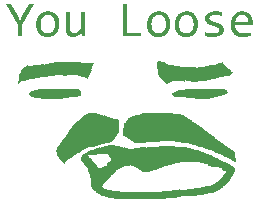
<source format=gto>
G04*
G04 #@! TF.GenerationSoftware,Altium Limited,Altium Designer,22.8.2 (66)*
G04*
G04 Layer_Color=65535*
%FSLAX44Y44*%
%MOMM*%
G71*
G04*
G04 #@! TF.SameCoordinates,FCAC6DC3-BFDC-4997-BBA7-94834F3B9FAF*
G04*
G04*
G04 #@! TF.FilePolarity,Positive*
G04*
G01*
G75*
G36*
X850160Y724369D02*
X850440D01*
Y724089D01*
X850721D01*
Y723809D01*
X857722D01*
Y724089D01*
X858003D01*
Y723809D01*
X858283D01*
Y723529D01*
X858563D01*
Y723249D01*
X869206D01*
Y722689D01*
X868926D01*
Y722409D01*
X868365D01*
Y721288D01*
X868646D01*
Y721008D01*
X868365D01*
Y720728D01*
X868085D01*
Y720448D01*
X867805D01*
Y718768D01*
X867525D01*
Y718488D01*
X867245D01*
Y718207D01*
X866965D01*
Y717647D01*
X867245D01*
Y716807D01*
X866965D01*
Y716527D01*
X866685D01*
Y716247D01*
X866405D01*
Y715127D01*
X865845D01*
Y713446D01*
X865565D01*
Y713166D01*
X865285D01*
Y712886D01*
X865005D01*
Y711766D01*
X864444D01*
Y710645D01*
X864164D01*
Y710365D01*
X863884D01*
Y710085D01*
X863604D01*
Y709805D01*
X863044D01*
Y710365D01*
X861924D01*
Y710645D01*
X861644D01*
Y711206D01*
X860523D01*
Y711486D01*
X860243D01*
Y711766D01*
X858003D01*
Y712046D01*
X857722D01*
Y712326D01*
X857442D01*
Y712606D01*
X855762D01*
Y712326D01*
X855482D01*
Y712606D01*
X855202D01*
Y712886D01*
X854922D01*
Y713166D01*
X846519D01*
Y712886D01*
X846239D01*
Y712606D01*
X845959D01*
Y712326D01*
X845399D01*
Y712606D01*
X843718D01*
Y712326D01*
X843438D01*
Y712606D01*
X842878D01*
Y713166D01*
X836436D01*
Y712886D01*
X836156D01*
Y712606D01*
X835876D01*
Y712326D01*
X835316D01*
Y712606D01*
X831115D01*
Y712326D01*
X830835D01*
Y712046D01*
X830555D01*
Y711766D01*
X826074D01*
Y711206D01*
X822993D01*
Y710925D01*
X822713D01*
Y710645D01*
X822432D01*
Y710365D01*
X818791D01*
Y710085D01*
X818511D01*
Y709805D01*
X814030D01*
Y709245D01*
X813470D01*
Y708965D01*
X813190D01*
Y709245D01*
X811509D01*
Y708965D01*
X811229D01*
Y708405D01*
X808148D01*
Y708125D01*
X807868D01*
Y707844D01*
X807588D01*
Y707564D01*
X807308D01*
Y707284D01*
X807028D01*
Y707004D01*
X806748D01*
Y706724D01*
X806468D01*
Y706444D01*
X806188D01*
Y706164D01*
X805908D01*
Y705884D01*
X805628D01*
Y705604D01*
X805348D01*
Y705324D01*
X805068D01*
Y705044D01*
X804787D01*
Y705324D01*
X804507D01*
Y706164D01*
X804787D01*
Y706444D01*
X804507D01*
Y707564D01*
X804787D01*
Y707844D01*
X805348D01*
Y710365D01*
X805628D01*
Y710645D01*
X805908D01*
Y713726D01*
X806468D01*
Y714006D01*
X806748D01*
Y715127D01*
X807028D01*
Y715407D01*
X807308D01*
Y717087D01*
X807588D01*
Y717367D01*
X807868D01*
Y717647D01*
X808148D01*
Y717927D01*
X808428D01*
Y718207D01*
X808708D01*
Y718488D01*
X808989D01*
Y718768D01*
X809269D01*
Y719048D01*
X809549D01*
Y719328D01*
X809829D01*
Y719608D01*
X810109D01*
Y719888D01*
X811229D01*
Y720168D01*
X811509D01*
Y720448D01*
X811789D01*
Y720728D01*
X812069D01*
Y721008D01*
X812350D01*
Y721288D01*
X813190D01*
Y721008D01*
X813470D01*
Y720728D01*
X813750D01*
Y720448D01*
X817111D01*
Y720728D01*
X817391D01*
Y721008D01*
X817671D01*
Y721288D01*
X821312D01*
Y721568D01*
X821592D01*
Y721849D01*
X824673D01*
Y722409D01*
X824953D01*
Y722689D01*
X826634D01*
Y722129D01*
X826914D01*
Y721849D01*
X827474D01*
Y722409D01*
X827754D01*
Y722689D01*
X829995D01*
Y722409D01*
X830275D01*
Y722689D01*
X830835D01*
Y723249D01*
X835316D01*
Y723529D01*
X835596D01*
Y723809D01*
X835876D01*
Y724089D01*
X836436D01*
Y723809D01*
X840078D01*
Y724089D01*
X840358D01*
Y724649D01*
X850160D01*
Y724369D01*
D02*
G37*
G36*
X925502Y724929D02*
X925782D01*
Y724649D01*
X927462D01*
Y724369D01*
X927742D01*
Y724089D01*
X928022D01*
Y723809D01*
X928863D01*
Y723529D01*
X929143D01*
Y723249D01*
X929423D01*
Y722969D01*
X929703D01*
Y722689D01*
X929983D01*
Y722409D01*
X930543D01*
Y722689D01*
X931383D01*
Y722409D01*
X931664D01*
Y722129D01*
X931944D01*
Y721849D01*
X934184D01*
Y721568D01*
X934464D01*
Y721288D01*
X936985D01*
Y720728D01*
X937265D01*
Y720448D01*
X940906D01*
Y720728D01*
X941186D01*
Y720448D01*
X941746D01*
Y719888D01*
X955190D01*
Y719328D01*
X957151D01*
Y719608D01*
X957431D01*
Y719888D01*
X962472D01*
Y720168D01*
X962752D01*
Y720448D01*
X963032D01*
Y720728D01*
X963312D01*
Y720448D01*
X966393D01*
Y720728D01*
X966673D01*
Y721288D01*
X970034D01*
Y721849D01*
X972555D01*
Y722409D01*
X972835D01*
Y722689D01*
X973955D01*
Y722969D01*
X974236D01*
Y723249D01*
X977316D01*
Y723809D01*
X978157D01*
Y723249D01*
X978437D01*
Y722969D01*
X978717D01*
Y722689D01*
X978997D01*
Y722409D01*
X979277D01*
Y722129D01*
X979557D01*
Y721849D01*
X979837D01*
Y721568D01*
X980117D01*
Y721288D01*
X980397D01*
Y721008D01*
X980677D01*
Y720728D01*
X980957D01*
Y720448D01*
X981237D01*
Y720168D01*
X981518D01*
Y719888D01*
X981798D01*
Y719608D01*
X982078D01*
Y719328D01*
X982358D01*
Y719048D01*
X982638D01*
Y718768D01*
X982918D01*
Y718488D01*
X984038D01*
Y718207D01*
X984318D01*
Y717927D01*
X984598D01*
Y717647D01*
X984878D01*
Y716527D01*
X985439D01*
Y715967D01*
X986559D01*
Y715687D01*
X986839D01*
Y714566D01*
X986279D01*
Y714286D01*
X985999D01*
Y714006D01*
X985719D01*
Y713726D01*
X985439D01*
Y713446D01*
X985159D01*
Y713166D01*
X984878D01*
Y712886D01*
X984598D01*
Y712606D01*
X984318D01*
Y712326D01*
X984038D01*
Y712606D01*
X979557D01*
Y712326D01*
X979277D01*
Y711766D01*
X976756D01*
Y711206D01*
X974796D01*
Y710645D01*
X974516D01*
Y710365D01*
X973395D01*
Y710645D01*
X973115D01*
Y710365D01*
X972835D01*
Y710085D01*
X972555D01*
Y709805D01*
X968074D01*
Y709525D01*
X967794D01*
Y709245D01*
X967514D01*
Y708965D01*
X967234D01*
Y709245D01*
X965553D01*
Y708965D01*
X965273D01*
Y708685D01*
X964993D01*
Y708405D01*
X961912D01*
Y707844D01*
X957431D01*
Y707564D01*
X957151D01*
Y707284D01*
X956871D01*
Y707004D01*
X952109D01*
Y707284D01*
X951829D01*
Y707564D01*
X951549D01*
Y707844D01*
X949308D01*
Y708125D01*
X949028D01*
Y708405D01*
X947348D01*
Y708685D01*
X947068D01*
Y708965D01*
X946788D01*
Y709245D01*
X945947D01*
Y708965D01*
X945667D01*
Y708685D01*
X945947D01*
Y708405D01*
X946228D01*
Y708125D01*
X946508D01*
Y707844D01*
X945947D01*
Y707564D01*
X945667D01*
Y707844D01*
X945107D01*
Y708405D01*
X938385D01*
Y707844D01*
X935304D01*
Y707564D01*
X935024D01*
Y707284D01*
X934744D01*
Y707004D01*
X933904D01*
Y707284D01*
X933344D01*
Y707004D01*
X933064D01*
Y706724D01*
X932784D01*
Y706444D01*
X931664D01*
Y705884D01*
X930263D01*
Y705604D01*
X929983D01*
Y705884D01*
X929703D01*
Y706164D01*
X929423D01*
Y706444D01*
X929143D01*
Y706724D01*
X928863D01*
Y707004D01*
X928583D01*
Y707284D01*
X928303D01*
Y707564D01*
X928022D01*
Y707844D01*
X927742D01*
Y708125D01*
X927462D01*
Y708405D01*
X927182D01*
Y708685D01*
X926902D01*
Y708965D01*
X926622D01*
Y709245D01*
X926342D01*
Y709525D01*
X926062D01*
Y709805D01*
X925782D01*
Y710085D01*
X925502D01*
Y710365D01*
X925222D01*
Y710645D01*
X924941D01*
Y711766D01*
X924381D01*
Y712886D01*
X924101D01*
Y713166D01*
X923821D01*
Y713446D01*
X923541D01*
Y715687D01*
X923261D01*
Y715967D01*
X922981D01*
Y718488D01*
X922421D01*
Y718768D01*
X922141D01*
Y724369D01*
X922421D01*
Y724649D01*
X923541D01*
Y725210D01*
X925502D01*
Y724929D01*
D02*
G37*
G36*
X979837Y701403D02*
X980117D01*
Y701123D01*
X980397D01*
Y700843D01*
X980677D01*
Y700563D01*
X980957D01*
Y700282D01*
X982078D01*
Y699162D01*
X982638D01*
Y698322D01*
X982078D01*
Y697202D01*
X981798D01*
Y696921D01*
X980957D01*
Y697202D01*
X980397D01*
Y696921D01*
X980117D01*
Y696641D01*
X979837D01*
Y696361D01*
X977597D01*
Y696081D01*
X977316D01*
Y695801D01*
X977036D01*
Y695521D01*
X976476D01*
Y695801D01*
X975076D01*
Y695521D01*
X974796D01*
Y695241D01*
X974516D01*
Y694961D01*
X971995D01*
Y694401D01*
X970875D01*
Y694121D01*
X970594D01*
Y693841D01*
X970314D01*
Y693560D01*
X968074D01*
Y693841D01*
X967794D01*
Y693560D01*
X967234D01*
Y693000D01*
X954630D01*
Y693280D01*
X954350D01*
Y693560D01*
X954070D01*
Y693841D01*
X953790D01*
Y693560D01*
X947348D01*
Y693841D01*
X947068D01*
Y694401D01*
X942587D01*
Y694681D01*
X942307D01*
Y694961D01*
X937265D01*
Y695241D01*
X936985D01*
Y695521D01*
X936705D01*
Y695801D01*
X935865D01*
Y696081D01*
X935585D01*
Y696361D01*
X935304D01*
Y696641D01*
X935024D01*
Y697482D01*
X935304D01*
Y697762D01*
X935585D01*
Y698042D01*
X935865D01*
Y698322D01*
X936985D01*
Y698882D01*
X937265D01*
Y699162D01*
X938105D01*
Y698882D01*
X938665D01*
Y699162D01*
X938945D01*
Y699442D01*
X939226D01*
Y699722D01*
X940346D01*
Y700282D01*
X940906D01*
Y700563D01*
X941186D01*
Y700282D01*
X946228D01*
Y700563D01*
X946508D01*
Y701123D01*
X961072D01*
Y701403D01*
X961352D01*
Y701683D01*
X964433D01*
Y701403D01*
X964713D01*
Y701123D01*
X965833D01*
Y701403D01*
X966113D01*
Y701683D01*
X979837D01*
Y701403D01*
D02*
G37*
G36*
X852961Y701123D02*
X856322D01*
Y700563D01*
X856602D01*
Y700282D01*
X856882D01*
Y700002D01*
X857162D01*
Y699722D01*
X857722D01*
Y697762D01*
X858283D01*
Y696921D01*
X857722D01*
Y695801D01*
X857162D01*
Y695521D01*
X856882D01*
Y695801D01*
X856042D01*
Y695521D01*
X855762D01*
Y695241D01*
X855482D01*
Y694961D01*
X852961D01*
Y694401D01*
X847920D01*
Y694121D01*
X847640D01*
Y693841D01*
X847359D01*
Y693560D01*
X843718D01*
Y693841D01*
X843438D01*
Y693560D01*
X842878D01*
Y693000D01*
X824953D01*
Y693280D01*
X824673D01*
Y693560D01*
X824393D01*
Y693841D01*
X824113D01*
Y693560D01*
X818231D01*
Y693841D01*
X817951D01*
Y694401D01*
X815991D01*
Y695521D01*
X815711D01*
Y695801D01*
X814870D01*
Y696081D01*
X814590D01*
Y696361D01*
X814030D01*
Y698322D01*
X814590D01*
Y698882D01*
X814870D01*
Y699162D01*
X815991D01*
Y699442D01*
X816271D01*
Y699722D01*
X817951D01*
Y700002D01*
X818231D01*
Y700282D01*
X818511D01*
Y700563D01*
X818791D01*
Y700282D01*
X821312D01*
Y701403D01*
X821592D01*
Y701683D01*
X852961D01*
Y701123D01*
D02*
G37*
G36*
X936145Y680677D02*
X936425D01*
Y680397D01*
X936705D01*
Y680117D01*
X941746D01*
Y680397D01*
X942026D01*
Y680117D01*
X942307D01*
Y679837D01*
X942587D01*
Y679557D01*
X944267D01*
Y679277D01*
X944547D01*
Y678996D01*
X945387D01*
Y678716D01*
X945667D01*
Y678436D01*
X945947D01*
Y678156D01*
X946228D01*
Y677876D01*
X946508D01*
Y677596D01*
X947628D01*
Y677316D01*
X947908D01*
Y677036D01*
X948188D01*
Y676756D01*
X948468D01*
Y676196D01*
X949589D01*
Y675916D01*
X949869D01*
Y675635D01*
X950149D01*
Y675355D01*
X950429D01*
Y675075D01*
X950709D01*
Y674795D01*
X951829D01*
Y674235D01*
X952389D01*
Y673675D01*
X952669D01*
Y673395D01*
X953790D01*
Y673115D01*
X954070D01*
Y672835D01*
X954350D01*
Y672554D01*
X954630D01*
Y672274D01*
X955470D01*
Y671994D01*
X955750D01*
Y671714D01*
X956030D01*
Y671434D01*
X956311D01*
Y671154D01*
X956590D01*
Y670874D01*
X957711D01*
Y670594D01*
X957991D01*
Y670314D01*
X958271D01*
Y670034D01*
X958551D01*
Y669754D01*
X958831D01*
Y669474D01*
X959111D01*
Y669194D01*
X959391D01*
Y668913D01*
X960232D01*
Y668633D01*
X960512D01*
Y668353D01*
X960792D01*
Y668073D01*
X961072D01*
Y667793D01*
X961352D01*
Y667513D01*
X962472D01*
Y666953D01*
X962752D01*
Y666673D01*
X963312D01*
Y666113D01*
X963873D01*
Y665553D01*
X964993D01*
Y665273D01*
X965273D01*
Y664992D01*
X965553D01*
Y664712D01*
X965833D01*
Y664432D01*
X966113D01*
Y664152D01*
X966393D01*
Y663872D01*
X966673D01*
Y663592D01*
X966954D01*
Y663312D01*
X967794D01*
Y663032D01*
X968074D01*
Y662752D01*
X968354D01*
Y662472D01*
X968634D01*
Y662192D01*
X968914D01*
Y661911D01*
X969194D01*
Y661631D01*
X969474D01*
Y661351D01*
X970594D01*
Y661071D01*
X970875D01*
Y660791D01*
X971155D01*
Y660511D01*
X971435D01*
Y660231D01*
X971715D01*
Y659951D01*
X971995D01*
Y659391D01*
X973115D01*
Y659111D01*
X973395D01*
Y658831D01*
X973675D01*
Y658551D01*
X973955D01*
Y658270D01*
X974236D01*
Y657990D01*
X974516D01*
Y657710D01*
X974796D01*
Y657430D01*
X975916D01*
Y656870D01*
X976196D01*
Y656590D01*
X976756D01*
Y656030D01*
X977316D01*
Y655470D01*
X978437D01*
Y655190D01*
X978717D01*
Y654910D01*
X978997D01*
Y654630D01*
X979277D01*
Y654349D01*
X979557D01*
Y654069D01*
X979837D01*
Y653789D01*
X980117D01*
Y653509D01*
X980397D01*
Y653229D01*
X981237D01*
Y652949D01*
X981518D01*
Y652669D01*
X981798D01*
Y652389D01*
X982078D01*
Y652109D01*
X982358D01*
Y651829D01*
X982638D01*
Y651548D01*
X982918D01*
Y651268D01*
X984038D01*
Y650988D01*
X984318D01*
Y650708D01*
X984598D01*
Y650428D01*
X984878D01*
Y650148D01*
X985159D01*
Y649868D01*
X985439D01*
Y649308D01*
X986559D01*
Y649028D01*
X986839D01*
Y648748D01*
X987119D01*
Y648468D01*
X987399D01*
Y648188D01*
X987679D01*
Y647907D01*
X987959D01*
Y647627D01*
X988240D01*
Y646787D01*
X988520D01*
Y646507D01*
X988800D01*
Y642586D01*
X989360D01*
Y642026D01*
X989640D01*
Y641746D01*
X989360D01*
Y639225D01*
X988240D01*
Y639505D01*
X987959D01*
Y639785D01*
X987679D01*
Y640065D01*
X987399D01*
Y640626D01*
X986279D01*
Y640906D01*
X985999D01*
Y641186D01*
X984878D01*
Y641746D01*
X984598D01*
Y642026D01*
X983478D01*
Y642306D01*
X983198D01*
Y642586D01*
X982078D01*
Y643146D01*
X981798D01*
Y643426D01*
X981518D01*
Y643706D01*
X981237D01*
Y643986D01*
X979557D01*
Y644267D01*
X979277D01*
Y644547D01*
X978157D01*
Y645107D01*
X977877D01*
Y645387D01*
X976756D01*
Y645667D01*
X976476D01*
Y645947D01*
X975356D01*
Y646507D01*
X974236D01*
Y646787D01*
X973955D01*
Y647347D01*
X971995D01*
Y647907D01*
X970875D01*
Y648188D01*
X970594D01*
Y648468D01*
X970314D01*
Y648748D01*
X969474D01*
Y648468D01*
X969194D01*
Y648748D01*
X968634D01*
Y649308D01*
X967514D01*
Y649588D01*
X967234D01*
Y649868D01*
X966954D01*
Y650148D01*
X966393D01*
Y649868D01*
X965553D01*
Y650148D01*
X965273D01*
Y650428D01*
X964993D01*
Y650708D01*
X963312D01*
Y651268D01*
X961352D01*
Y651829D01*
X961072D01*
Y652109D01*
X959951D01*
Y651829D01*
X959671D01*
Y652109D01*
X959391D01*
Y652389D01*
X959111D01*
Y652669D01*
X957431D01*
Y652949D01*
X957151D01*
Y653229D01*
X956871D01*
Y653509D01*
X956311D01*
Y653229D01*
X955470D01*
Y653509D01*
X955190D01*
Y653789D01*
X954910D01*
Y654069D01*
X952669D01*
Y654349D01*
X952389D01*
Y654630D01*
X949869D01*
Y655190D01*
X949589D01*
Y655470D01*
X947908D01*
Y655190D01*
X947628D01*
Y655470D01*
X947068D01*
Y656030D01*
X943147D01*
Y656590D01*
X942587D01*
Y656870D01*
X942307D01*
Y656590D01*
X938105D01*
Y656870D01*
X937825D01*
Y657150D01*
X937545D01*
Y657430D01*
X925222D01*
Y657150D01*
X924941D01*
Y656870D01*
X924661D01*
Y656590D01*
X914298D01*
Y656870D01*
X914018D01*
Y656590D01*
X913458D01*
Y656030D01*
X902815D01*
Y656590D01*
X902255D01*
Y656870D01*
X901975D01*
Y657430D01*
X900855D01*
Y657710D01*
X900575D01*
Y657990D01*
X900294D01*
Y658270D01*
X900014D01*
Y658551D01*
X899734D01*
Y658831D01*
X898894D01*
Y659111D01*
X898614D01*
Y659391D01*
X898334D01*
Y659671D01*
X898054D01*
Y659951D01*
X896934D01*
Y660231D01*
X896654D01*
Y660791D01*
X895533D01*
Y661071D01*
X895253D01*
Y661351D01*
X894133D01*
Y661911D01*
X893853D01*
Y662192D01*
X893292D01*
Y668073D01*
X893853D01*
Y668353D01*
X894133D01*
Y671434D01*
X893853D01*
Y671714D01*
X894133D01*
Y671994D01*
X894413D01*
Y672274D01*
X894693D01*
Y672835D01*
X896093D01*
Y673675D01*
Y673955D01*
Y674235D01*
X896654D01*
Y674515D01*
X896934D01*
Y674795D01*
X897214D01*
Y675075D01*
X897494D01*
Y676196D01*
X898054D01*
Y676756D01*
X898614D01*
Y677036D01*
X898894D01*
Y676756D01*
X899734D01*
Y677036D01*
X900014D01*
Y677316D01*
X900294D01*
Y677596D01*
X901415D01*
Y678156D01*
X903375D01*
Y678716D01*
X903655D01*
Y678996D01*
X905336D01*
Y678716D01*
X905616D01*
Y678996D01*
X906176D01*
Y679557D01*
X908137D01*
Y680117D01*
X909257D01*
Y680397D01*
X909537D01*
Y680957D01*
X936145D01*
Y680677D01*
D02*
G37*
G36*
X871727Y680397D02*
X872007D01*
Y680117D01*
X873687D01*
Y680397D01*
X873967D01*
Y680117D01*
X874527D01*
Y679557D01*
X876488D01*
Y678996D01*
X877048D01*
Y678716D01*
X877328D01*
Y678996D01*
X878168D01*
Y678716D01*
X878448D01*
Y678436D01*
X878728D01*
Y678156D01*
X880409D01*
Y677876D01*
X880689D01*
Y677596D01*
X882369D01*
Y677316D01*
X882650D01*
Y677036D01*
X882930D01*
Y676756D01*
X884610D01*
Y677036D01*
X884890D01*
Y676756D01*
X885170D01*
Y676476D01*
X885450D01*
Y676196D01*
X887971D01*
Y675635D01*
X888531D01*
Y675355D01*
X888811D01*
Y675635D01*
X889651D01*
Y675355D01*
X889932D01*
Y668633D01*
Y668353D01*
Y664152D01*
X889651D01*
Y663872D01*
X889371D01*
Y663592D01*
X889091D01*
Y663312D01*
X888811D01*
Y663032D01*
X888531D01*
Y662192D01*
X888251D01*
Y661911D01*
X887971D01*
Y661631D01*
X887691D01*
Y661351D01*
X887411D01*
Y661071D01*
X887131D01*
Y660791D01*
X886851D01*
Y660511D01*
X886571D01*
Y659391D01*
X886011D01*
Y658270D01*
X885730D01*
Y657990D01*
X885450D01*
Y657710D01*
X885170D01*
Y657430D01*
X884050D01*
Y656870D01*
X883770D01*
Y656590D01*
X882650D01*
Y656310D01*
X882369D01*
Y656030D01*
X880689D01*
Y655750D01*
X880409D01*
Y655470D01*
X880129D01*
Y655190D01*
X879849D01*
Y655470D01*
X878168D01*
Y655190D01*
X877888D01*
Y654910D01*
X877608D01*
Y654630D01*
X875368D01*
Y654349D01*
X875087D01*
Y654069D01*
X872567D01*
Y653509D01*
X872287D01*
Y653229D01*
X870606D01*
Y653509D01*
X870326D01*
Y653229D01*
X869766D01*
Y652669D01*
X867245D01*
Y652389D01*
X866965D01*
Y652109D01*
X866685D01*
Y651829D01*
X866405D01*
Y652109D01*
X864164D01*
Y651829D01*
X863884D01*
Y651548D01*
X863604D01*
Y651268D01*
X862484D01*
Y650708D01*
X861364D01*
Y650428D01*
X861084D01*
Y650148D01*
X860803D01*
Y649868D01*
X860523D01*
Y649588D01*
X860243D01*
Y649308D01*
X859123D01*
Y648748D01*
X858003D01*
Y648468D01*
X857722D01*
Y648188D01*
X857442D01*
Y647907D01*
X857162D01*
Y647627D01*
X856882D01*
Y647347D01*
X855202D01*
Y647067D01*
X854922D01*
Y646787D01*
X854642D01*
Y646507D01*
X854361D01*
Y646227D01*
X854081D01*
Y645947D01*
X853801D01*
Y645667D01*
X853521D01*
Y645387D01*
X852681D01*
Y645107D01*
X852401D01*
Y644827D01*
X852121D01*
Y644547D01*
X851001D01*
Y643986D01*
X850440D01*
Y643426D01*
X850160D01*
Y643146D01*
X849040D01*
Y642866D01*
X848760D01*
Y642586D01*
X848480D01*
Y642306D01*
X848200D01*
Y642026D01*
X847359D01*
Y641746D01*
X847079D01*
Y641466D01*
X846799D01*
Y641186D01*
X846519D01*
Y640906D01*
X846239D01*
Y640626D01*
X845959D01*
Y640345D01*
X845679D01*
Y640065D01*
X845399D01*
Y639785D01*
X845119D01*
Y639505D01*
X844839D01*
Y638665D01*
X844559D01*
Y638385D01*
X844279D01*
Y637825D01*
X843718D01*
Y638105D01*
X843438D01*
Y638665D01*
X842878D01*
Y639225D01*
X842318D01*
Y639785D01*
X841758D01*
Y640065D01*
X841478D01*
Y640626D01*
X840918D01*
Y641186D01*
X840358D01*
Y641746D01*
X840078D01*
Y642026D01*
X839517D01*
Y643146D01*
X839237D01*
Y643426D01*
X838957D01*
Y643706D01*
X838677D01*
Y643986D01*
X838397D01*
Y644267D01*
X838117D01*
Y645107D01*
X838397D01*
Y645387D01*
X838117D01*
Y645947D01*
X837557D01*
Y647907D01*
X836997D01*
Y648468D01*
X836717D01*
Y648748D01*
X836997D01*
Y649308D01*
X836717D01*
Y649588D01*
X836997D01*
Y649868D01*
X837277D01*
Y650148D01*
X837557D01*
Y651268D01*
X838117D01*
Y652389D01*
X838397D01*
Y652669D01*
X838677D01*
Y652949D01*
X838957D01*
Y653229D01*
X839237D01*
Y653509D01*
X839517D01*
Y653789D01*
X839797D01*
Y654069D01*
X840078D01*
Y654349D01*
X840358D01*
Y655190D01*
X840638D01*
Y655470D01*
X840918D01*
Y655750D01*
X841198D01*
Y656030D01*
X841478D01*
Y656310D01*
X841758D01*
Y656590D01*
X842038D01*
Y656870D01*
X842318D01*
Y657990D01*
X842598D01*
Y658270D01*
X842878D01*
Y658551D01*
X843158D01*
Y658831D01*
X843438D01*
Y659111D01*
X843718D01*
Y659951D01*
X843999D01*
Y660231D01*
X844279D01*
Y660511D01*
X844559D01*
Y660791D01*
X844839D01*
Y661071D01*
X845119D01*
Y661351D01*
X845399D01*
Y661631D01*
X845679D01*
Y662752D01*
X846239D01*
Y663312D01*
X846799D01*
Y663592D01*
X847079D01*
Y664712D01*
X847359D01*
Y664992D01*
X847640D01*
Y665273D01*
X847920D01*
Y665553D01*
X848200D01*
Y666393D01*
X848480D01*
Y666673D01*
X848760D01*
Y666953D01*
X849040D01*
Y667233D01*
X849320D01*
Y667513D01*
X849600D01*
Y667793D01*
X849880D01*
Y668073D01*
X850160D01*
Y668353D01*
X850440D01*
Y669474D01*
X850721D01*
Y669754D01*
X851001D01*
Y670034D01*
X851281D01*
Y670314D01*
X851561D01*
Y671154D01*
X851841D01*
Y671434D01*
X852121D01*
Y671714D01*
X852401D01*
Y671994D01*
X852681D01*
Y672274D01*
X852961D01*
Y672554D01*
X853241D01*
Y672835D01*
X853521D01*
Y673115D01*
X853801D01*
Y673395D01*
X854642D01*
Y673675D01*
X854922D01*
Y673955D01*
X855202D01*
Y674235D01*
X856322D01*
Y674515D01*
X856602D01*
Y674795D01*
X856882D01*
Y675075D01*
X857162D01*
Y675355D01*
X857442D01*
Y675635D01*
X858283D01*
Y676476D01*
X858563D01*
Y676756D01*
X858843D01*
Y677036D01*
X859123D01*
Y677316D01*
X859403D01*
Y677596D01*
X859683D01*
Y677876D01*
X859963D01*
Y678156D01*
X860243D01*
Y678436D01*
X860523D01*
Y678716D01*
X860803D01*
Y678996D01*
X861084D01*
Y679557D01*
X862204D01*
Y679837D01*
X862484D01*
Y680117D01*
X863604D01*
Y680397D01*
X863884D01*
Y680957D01*
X871727D01*
Y680397D01*
D02*
G37*
G36*
X886571Y653509D02*
X886851D01*
Y653229D01*
X889932D01*
Y653509D01*
X890212D01*
Y653229D01*
X890492D01*
Y652949D01*
X890772D01*
Y652669D01*
X893292D01*
Y652109D01*
X893853D01*
Y651829D01*
X894133D01*
Y652109D01*
X894973D01*
Y651829D01*
X895253D01*
Y651548D01*
X895533D01*
Y651268D01*
X898054D01*
Y650708D01*
X899174D01*
Y650428D01*
X899454D01*
Y650148D01*
X900014D01*
Y650428D01*
X900294D01*
Y650708D01*
X903375D01*
Y651268D01*
X907857D01*
Y651548D01*
X908137D01*
Y651829D01*
X908417D01*
Y652109D01*
X913458D01*
Y651829D01*
X913738D01*
Y652109D01*
X914018D01*
Y652389D01*
X914298D01*
Y652669D01*
X924101D01*
Y652949D01*
X924381D01*
Y653229D01*
X924661D01*
Y653509D01*
X924941D01*
Y653229D01*
X936985D01*
Y653509D01*
X937265D01*
Y653229D01*
X937545D01*
Y652949D01*
X937825D01*
Y652669D01*
X946228D01*
Y652389D01*
X946508D01*
Y652109D01*
X946788D01*
Y651829D01*
X947348D01*
Y652109D01*
X948188D01*
Y651829D01*
X948468D01*
Y651548D01*
X948748D01*
Y651268D01*
X950989D01*
Y650988D01*
X951269D01*
Y650708D01*
X953790D01*
Y650148D01*
X954070D01*
Y649868D01*
X954910D01*
Y650148D01*
X955470D01*
Y649868D01*
X955750D01*
Y649588D01*
X956030D01*
Y649308D01*
X957711D01*
Y649028D01*
X957991D01*
Y648748D01*
X958271D01*
Y648468D01*
X958831D01*
Y648748D01*
X959671D01*
Y648468D01*
X959951D01*
Y647907D01*
X961912D01*
Y647347D01*
X963032D01*
Y647067D01*
X963312D01*
Y646787D01*
X963593D01*
Y646507D01*
X964433D01*
Y646787D01*
X964713D01*
Y646507D01*
X965273D01*
Y645947D01*
X966393D01*
Y645667D01*
X966673D01*
Y645387D01*
X966954D01*
Y645107D01*
X967514D01*
Y645387D01*
X968354D01*
Y645107D01*
X968634D01*
Y644827D01*
X968914D01*
Y644547D01*
X970034D01*
Y643986D01*
X971155D01*
Y643706D01*
X971435D01*
Y643426D01*
X971715D01*
Y643146D01*
X972555D01*
Y642866D01*
X972835D01*
Y642586D01*
X973955D01*
Y642026D01*
X975076D01*
Y641746D01*
X975356D01*
Y641466D01*
X975636D01*
Y641186D01*
X976756D01*
Y640626D01*
X977877D01*
Y640345D01*
X978157D01*
Y640065D01*
X978437D01*
Y639785D01*
X979277D01*
Y640065D01*
X979557D01*
Y639785D01*
X980117D01*
Y639225D01*
X981237D01*
Y638945D01*
X981518D01*
Y638665D01*
X982638D01*
Y638105D01*
X982918D01*
Y637825D01*
X984038D01*
Y637545D01*
X984318D01*
Y637265D01*
X984598D01*
Y636984D01*
X984878D01*
Y636704D01*
X985159D01*
Y636424D01*
X985439D01*
Y635864D01*
X986559D01*
Y635584D01*
X986839D01*
Y635304D01*
X987119D01*
Y635024D01*
X987399D01*
Y634744D01*
X987679D01*
Y634464D01*
X987959D01*
Y634184D01*
X988240D01*
Y633904D01*
X988520D01*
Y633624D01*
X988800D01*
Y631943D01*
X988520D01*
Y631663D01*
X988240D01*
Y630823D01*
X987959D01*
Y630543D01*
X987679D01*
Y630262D01*
X987399D01*
Y629142D01*
X986839D01*
Y628022D01*
X986559D01*
Y627742D01*
X986279D01*
Y627462D01*
X985999D01*
Y627182D01*
X985719D01*
Y626902D01*
X985439D01*
Y626622D01*
X985159D01*
Y626341D01*
X984878D01*
Y625221D01*
X984318D01*
Y624941D01*
X984038D01*
Y623821D01*
X983758D01*
Y623541D01*
X983478D01*
Y623261D01*
X983198D01*
Y622980D01*
X982918D01*
Y622700D01*
X982638D01*
Y622420D01*
X982358D01*
Y622140D01*
X982078D01*
Y621860D01*
X981798D01*
Y621580D01*
X981518D01*
Y621300D01*
X981237D01*
Y621020D01*
X980677D01*
Y619900D01*
X980397D01*
Y619619D01*
X980117D01*
Y619339D01*
X979837D01*
Y619059D01*
X978717D01*
Y618499D01*
X978437D01*
Y618219D01*
X978157D01*
Y617939D01*
X977877D01*
Y617659D01*
X976756D01*
Y617379D01*
X976476D01*
Y617099D01*
X976196D01*
Y616819D01*
X975916D01*
Y616539D01*
X975636D01*
Y616259D01*
X974796D01*
Y615979D01*
X974516D01*
Y615698D01*
X974236D01*
Y615418D01*
X973955D01*
Y615138D01*
X972835D01*
Y614858D01*
X972555D01*
Y614298D01*
X970594D01*
Y613738D01*
X968074D01*
Y613178D01*
X967794D01*
Y612898D01*
X966113D01*
Y613178D01*
X965833D01*
Y612898D01*
X965273D01*
Y612337D01*
X962752D01*
Y612057D01*
X962472D01*
Y611777D01*
X962192D01*
Y611497D01*
X961912D01*
Y611777D01*
X956871D01*
Y611497D01*
X956590D01*
Y611217D01*
X956311D01*
Y610937D01*
X951269D01*
Y610657D01*
X950989D01*
Y610377D01*
X942587D01*
Y610097D01*
X942307D01*
Y609817D01*
X942026D01*
Y609537D01*
X939786D01*
Y609817D01*
X939506D01*
Y609537D01*
X939226D01*
Y609257D01*
X938945D01*
Y608977D01*
X930543D01*
Y608696D01*
X930263D01*
Y608416D01*
X929983D01*
Y608136D01*
X929423D01*
Y608416D01*
X886851D01*
Y608136D01*
X886291D01*
Y608416D01*
X886011D01*
Y608696D01*
X885730D01*
Y608977D01*
X881249D01*
Y609537D01*
X880689D01*
Y609817D01*
X880409D01*
Y609537D01*
X878728D01*
Y609817D01*
X878448D01*
Y610377D01*
X877328D01*
Y610657D01*
X877048D01*
Y610937D01*
X875368D01*
Y611217D01*
X875087D01*
Y611497D01*
X874807D01*
Y611777D01*
X873967D01*
Y612057D01*
X873687D01*
Y612337D01*
X872567D01*
Y612898D01*
X872007D01*
Y613178D01*
X871727D01*
Y613738D01*
X871166D01*
Y614298D01*
X870606D01*
Y614858D01*
X870326D01*
Y615138D01*
X869206D01*
Y615418D01*
X868926D01*
Y615698D01*
X868646D01*
Y615979D01*
X868365D01*
Y616259D01*
X868085D01*
Y616539D01*
X867805D01*
Y617659D01*
X867245D01*
Y618219D01*
X866965D01*
Y618499D01*
X866405D01*
Y625781D01*
X865845D01*
Y628862D01*
X865565D01*
Y629142D01*
X865285D01*
Y629422D01*
X865005D01*
Y630262D01*
X865285D01*
Y630823D01*
X865005D01*
Y631103D01*
X864725D01*
Y631383D01*
X864444D01*
Y633063D01*
X864164D01*
Y633343D01*
X863884D01*
Y634184D01*
X863604D01*
Y634464D01*
X863324D01*
Y634744D01*
X863044D01*
Y635024D01*
X862764D01*
Y635304D01*
X862484D01*
Y636424D01*
X861924D01*
Y636704D01*
X861644D01*
Y637265D01*
X861084D01*
Y637825D01*
X860523D01*
Y638385D01*
X860243D01*
Y638665D01*
X859683D01*
Y639225D01*
X859123D01*
Y639785D01*
X858563D01*
Y640065D01*
X858283D01*
Y643706D01*
X858563D01*
Y643986D01*
X859123D01*
Y645107D01*
X859403D01*
Y645387D01*
X859683D01*
Y645667D01*
X859963D01*
Y645947D01*
X860243D01*
Y646227D01*
X860523D01*
Y646507D01*
X861364D01*
Y646787D01*
X861644D01*
Y647067D01*
X861924D01*
Y647347D01*
X863044D01*
Y647907D01*
X864164D01*
Y648188D01*
X864444D01*
Y648468D01*
X864725D01*
Y648748D01*
X865845D01*
Y649308D01*
X867805D01*
Y649868D01*
X868926D01*
Y650148D01*
X869206D01*
Y650708D01*
X871166D01*
Y651268D01*
X873127D01*
Y651829D01*
X873407D01*
Y652109D01*
X874247D01*
Y651829D01*
X874807D01*
Y652109D01*
X875087D01*
Y652389D01*
X875368D01*
Y652669D01*
X877888D01*
Y653229D01*
X878448D01*
Y653509D01*
X878728D01*
Y653229D01*
X880409D01*
Y653509D01*
X880689D01*
Y654069D01*
X886571D01*
Y653509D01*
D02*
G37*
G36*
X972892Y767156D02*
X973378Y767122D01*
X973864Y767087D01*
X974419Y767052D01*
X974489D01*
X974697Y767018D01*
X974975Y766983D01*
X975392Y766948D01*
X975878Y766879D01*
X976399Y766809D01*
X976989Y766705D01*
X977579Y766601D01*
Y763372D01*
X977544D01*
X977510Y763406D01*
X977406D01*
X977301Y763441D01*
X976954Y763511D01*
X976537Y763580D01*
X976017Y763684D01*
X975461Y763788D01*
X974315Y763962D01*
X974246D01*
X974072Y763997D01*
X973760Y764031D01*
X973413Y764066D01*
X972996Y764101D01*
X972544Y764136D01*
X972093Y764170D01*
X971190D01*
X970878Y764136D01*
X970531Y764101D01*
X970149Y764066D01*
X969767Y763997D01*
X969385Y763927D01*
X969350D01*
X969246Y763893D01*
X969072Y763858D01*
X968864Y763788D01*
X968378Y763580D01*
X967892Y763337D01*
X967857D01*
X967788Y763268D01*
X967579Y763094D01*
X967336Y762851D01*
X967093Y762504D01*
Y762469D01*
X967058Y762434D01*
X967024Y762330D01*
X966989Y762191D01*
X966885Y761844D01*
X966850Y761462D01*
Y761427D01*
Y761358D01*
Y761254D01*
X966885Y761115D01*
X966954Y760802D01*
X967058Y760420D01*
Y760386D01*
X967093Y760351D01*
X967232Y760143D01*
X967475Y759865D01*
X967649Y759726D01*
X967857Y759552D01*
X967892Y759518D01*
X967961Y759483D01*
X968100Y759413D01*
X968274Y759275D01*
X968517Y759170D01*
X968795Y758997D01*
X969107Y758858D01*
X969489Y758684D01*
X969524Y758650D01*
X969697Y758615D01*
X969906Y758511D01*
X970253Y758407D01*
X970635Y758268D01*
X971121Y758129D01*
X971676Y757920D01*
X972301Y757747D01*
X972336D01*
X972371Y757712D01*
X972475D01*
X972614Y757643D01*
X972961Y757539D01*
X973378Y757400D01*
X973864Y757261D01*
X974385Y757052D01*
X974906Y756844D01*
X975392Y756636D01*
X975461Y756601D01*
X975600Y756532D01*
X975843Y756427D01*
X976121Y756254D01*
X976468Y756045D01*
X976815Y755837D01*
X977162Y755594D01*
X977475Y755316D01*
X977510Y755282D01*
X977614Y755177D01*
X977753Y755039D01*
X977926Y754830D01*
X978100Y754587D01*
X978308Y754309D01*
X978482Y753997D01*
X978621Y753650D01*
Y753615D01*
X978690Y753476D01*
X978725Y753302D01*
X978794Y753059D01*
X978864Y752747D01*
X978899Y752400D01*
X978968Y751983D01*
Y751566D01*
Y751532D01*
Y751393D01*
X978933Y751184D01*
Y750907D01*
X978864Y750594D01*
X978794Y750247D01*
X978725Y749934D01*
X978586Y749587D01*
Y749553D01*
X978517Y749448D01*
X978447Y749275D01*
X978308Y749066D01*
X977996Y748580D01*
X977544Y748025D01*
X977510Y747990D01*
X977440Y747921D01*
X977301Y747782D01*
X977128Y747643D01*
X976919Y747469D01*
X976642Y747261D01*
X976051Y746879D01*
X976017Y746844D01*
X975913Y746809D01*
X975739Y746705D01*
X975496Y746601D01*
X975218Y746462D01*
X974906Y746323D01*
X974211Y746080D01*
X974176D01*
X974038Y746046D01*
X973864Y745976D01*
X973621Y745941D01*
X973308Y745872D01*
X972996Y745803D01*
X972232Y745664D01*
X972197D01*
X972058Y745629D01*
X971850Y745594D01*
X971607D01*
X971295Y745559D01*
X970982Y745525D01*
X970253Y745490D01*
X969489D01*
X968968Y745525D01*
X968343D01*
X967683Y745594D01*
X967024Y745629D01*
X966329Y745698D01*
X966260D01*
X966156Y745733D01*
X966017D01*
X965670Y745768D01*
X965218Y745837D01*
X964697Y745907D01*
X964107Y746011D01*
X963482Y746150D01*
X962857Y746289D01*
Y749622D01*
X962892D01*
X962927Y749587D01*
X963031D01*
X963170Y749518D01*
X963517Y749448D01*
X964003Y749309D01*
X964524Y749171D01*
X965149Y749032D01*
X965808Y748893D01*
X966468Y748789D01*
X966538D01*
X966642Y748754D01*
X966781D01*
X967128Y748719D01*
X967614Y748684D01*
X968170Y748615D01*
X968760Y748580D01*
X969420Y748546D01*
X970496D01*
X970739Y748580D01*
X970982D01*
X971538Y748650D01*
X972163Y748719D01*
X972822Y748823D01*
X973413Y748997D01*
X973933Y749240D01*
X974003Y749275D01*
X974142Y749379D01*
X974350Y749553D01*
X974593Y749761D01*
X974801Y750073D01*
X975010Y750421D01*
X975149Y750837D01*
X975218Y751289D01*
Y751323D01*
Y751393D01*
Y751497D01*
X975183Y751636D01*
X975149Y751948D01*
X975010Y752296D01*
Y752330D01*
X974975Y752365D01*
X974836Y752573D01*
X974628Y752851D01*
X974281Y753129D01*
X974246Y753164D01*
X974176Y753198D01*
X974072Y753268D01*
X973899Y753407D01*
X973656Y753511D01*
X973378Y753650D01*
X973031Y753823D01*
X972649Y753962D01*
X972614Y753997D01*
X972440Y754032D01*
X972197Y754136D01*
X971885Y754275D01*
X971468Y754414D01*
X970947Y754587D01*
X970357Y754795D01*
X969697Y755004D01*
X969628Y755039D01*
X969454Y755073D01*
X969176Y755177D01*
X968829Y755282D01*
X968413Y755420D01*
X967996Y755559D01*
X967058Y755941D01*
X967024Y755976D01*
X966850Y756045D01*
X966642Y756150D01*
X966364Y756289D01*
X966017Y756462D01*
X965670Y756705D01*
X964975Y757191D01*
X964940Y757226D01*
X964836Y757330D01*
X964663Y757469D01*
X964489Y757677D01*
X964281Y757920D01*
X964038Y758233D01*
X963829Y758545D01*
X963621Y758893D01*
X963586Y758927D01*
X963552Y759066D01*
X963482Y759275D01*
X963378Y759552D01*
X963274Y759900D01*
X963204Y760316D01*
X963170Y760733D01*
X963135Y761219D01*
Y761254D01*
Y761358D01*
X963170Y761566D01*
Y761775D01*
X963239Y762052D01*
X963308Y762400D01*
X963378Y762747D01*
X963517Y763129D01*
X963552Y763163D01*
X963586Y763302D01*
X963690Y763511D01*
X963864Y763788D01*
X964038Y764066D01*
X964281Y764413D01*
X964558Y764726D01*
X964906Y765073D01*
X964940Y765108D01*
X965079Y765212D01*
X965288Y765386D01*
X965600Y765594D01*
X965982Y765837D01*
X966433Y766080D01*
X966954Y766323D01*
X967545Y766566D01*
X967579D01*
X967614Y766601D01*
X967718Y766636D01*
X967857Y766670D01*
X968204Y766775D01*
X968690Y766879D01*
X969281Y766983D01*
X970010Y767087D01*
X970808Y767156D01*
X971711Y767191D01*
X972510D01*
X972892Y767156D01*
D02*
G37*
G36*
X808380Y755594D02*
Y745872D01*
X804630D01*
Y755698D01*
X794769Y773129D01*
X799248D01*
X804665Y763129D01*
X806644Y759136D01*
X808484Y762782D01*
X813970Y773129D01*
X818241D01*
X808380Y755594D01*
D02*
G37*
G36*
X861886Y745872D02*
X858588D01*
X858483Y749240D01*
X858449Y749205D01*
X858310Y749066D01*
X858136Y748858D01*
X857893Y748615D01*
X857615Y748337D01*
X857338Y748025D01*
X856678Y747434D01*
X856643Y747400D01*
X856539Y747330D01*
X856365Y747191D01*
X856157Y747018D01*
X855914Y746844D01*
X855636Y746636D01*
X855011Y746289D01*
X854977D01*
X854872Y746219D01*
X854699Y746150D01*
X854490Y746046D01*
X854247Y745976D01*
X853935Y745872D01*
X853310Y745698D01*
X853275D01*
X853171Y745664D01*
X852997Y745629D01*
X852789Y745594D01*
X852511Y745559D01*
X852199Y745525D01*
X851539Y745490D01*
X851227D01*
X851018Y745525D01*
X850741Y745559D01*
X850428Y745594D01*
X849734Y745733D01*
X848935Y745941D01*
X848136Y746289D01*
X847720Y746497D01*
X847372Y746740D01*
X846991Y747053D01*
X846678Y747365D01*
Y747400D01*
X846609Y747469D01*
X846539Y747573D01*
X846435Y747712D01*
X846296Y747921D01*
X846157Y748164D01*
X846018Y748476D01*
X845879Y748789D01*
X845706Y749171D01*
X845567Y749587D01*
X845428Y750073D01*
X845289Y750594D01*
X845185Y751150D01*
X845116Y751740D01*
X845081Y752400D01*
X845046Y753094D01*
Y766809D01*
X848692D01*
Y753372D01*
Y753302D01*
Y753164D01*
X848727Y752921D01*
X848761Y752608D01*
X848796Y752261D01*
X848900Y751844D01*
X849004Y751427D01*
X849143Y750976D01*
X849352Y750525D01*
X849560Y750108D01*
X849872Y749691D01*
X850220Y749344D01*
X850636Y749032D01*
X851122Y748789D01*
X851678Y748650D01*
X852303Y748580D01*
X852546D01*
X852720Y748615D01*
X853136Y748650D01*
X853588Y748754D01*
X853622D01*
X853692Y748789D01*
X853831Y748858D01*
X854004Y748928D01*
X854421Y749136D01*
X854907Y749448D01*
X854942Y749483D01*
X855046Y749553D01*
X855185Y749657D01*
X855359Y749796D01*
X855602Y749969D01*
X855845Y750212D01*
X856157Y750490D01*
X856435Y750768D01*
X856470Y750802D01*
X856574Y750907D01*
X856747Y751115D01*
X856956Y751358D01*
X857233Y751636D01*
X857546Y752018D01*
X857858Y752434D01*
X858240Y752886D01*
Y766809D01*
X861886D01*
Y745872D01*
D02*
G37*
G36*
X897302Y749032D02*
X909212D01*
Y745872D01*
X893518D01*
Y773129D01*
X897302D01*
Y749032D01*
D02*
G37*
G36*
X995010Y767156D02*
X995253D01*
X995773Y767122D01*
X996364Y767018D01*
X997023Y766913D01*
X997683Y766740D01*
X998343Y766497D01*
X998378D01*
X998412Y766462D01*
X998621Y766358D01*
X998933Y766219D01*
X999350Y765976D01*
X999801Y765698D01*
X1000253Y765386D01*
X1000739Y764969D01*
X1001190Y764518D01*
X1001225Y764448D01*
X1001364Y764309D01*
X1001572Y764031D01*
X1001850Y763684D01*
X1002128Y763233D01*
X1002405Y762712D01*
X1002683Y762122D01*
X1002926Y761462D01*
Y761427D01*
X1002961Y761393D01*
X1002996Y761288D01*
X1003030Y761150D01*
X1003134Y760768D01*
X1003239Y760282D01*
X1003343Y759691D01*
X1003447Y758997D01*
X1003516Y758233D01*
X1003551Y757434D01*
Y757400D01*
Y757295D01*
Y757157D01*
Y756983D01*
Y756566D01*
X1003516Y756150D01*
Y756115D01*
Y756045D01*
Y755976D01*
X1003482Y755837D01*
Y755525D01*
X1003447Y755177D01*
X988760D01*
Y755143D01*
Y755039D01*
Y754865D01*
X988794Y754657D01*
X988829Y754379D01*
X988864Y754066D01*
X988968Y753337D01*
X989176Y752539D01*
X989523Y751705D01*
X989697Y751323D01*
X989940Y750941D01*
X990218Y750559D01*
X990530Y750212D01*
X990565Y750177D01*
X990600Y750143D01*
X990704Y750073D01*
X990878Y749934D01*
X991051Y749830D01*
X991294Y749691D01*
X991537Y749518D01*
X991850Y749379D01*
X992197Y749205D01*
X992579Y749066D01*
X992996Y748893D01*
X993482Y748789D01*
X993968Y748684D01*
X994523Y748580D01*
X995079Y748546D01*
X995704Y748511D01*
X996294D01*
X996572Y748546D01*
X996885D01*
X997544Y748580D01*
X997718D01*
X997891Y748615D01*
X998135D01*
X998378Y748650D01*
X998690Y748684D01*
X999315Y748754D01*
X999350D01*
X999454Y748789D01*
X999628Y748823D01*
X999836Y748858D01*
X1000079Y748893D01*
X1000357Y748928D01*
X1000947Y749032D01*
X1000982D01*
X1001086Y749066D01*
X1001225Y749101D01*
X1001433Y749136D01*
X1001919Y749275D01*
X1002440Y749414D01*
Y746428D01*
X1002371D01*
X1002162Y746358D01*
X1001885Y746289D01*
X1001468Y746184D01*
X1000947Y746080D01*
X1000391Y745976D01*
X999766Y745872D01*
X999072Y745768D01*
X999003D01*
X998898Y745733D01*
X998760D01*
X998378Y745698D01*
X997891Y745629D01*
X997301Y745594D01*
X996641Y745525D01*
X995947Y745490D01*
X994766D01*
X994523Y745525D01*
X994246D01*
X993621Y745594D01*
X992891Y745664D01*
X992128Y745803D01*
X991329Y745976D01*
X990565Y746219D01*
X990530D01*
X990496Y746254D01*
X990391Y746289D01*
X990253Y746358D01*
X989871Y746532D01*
X989454Y746775D01*
X988933Y747053D01*
X988412Y747434D01*
X987857Y747851D01*
X987371Y748337D01*
X987301Y748407D01*
X987162Y748580D01*
X986954Y748893D01*
X986676Y749275D01*
X986398Y749761D01*
X986086Y750351D01*
X985808Y750976D01*
X985565Y751705D01*
Y751740D01*
X985530Y751809D01*
X985496Y751914D01*
X985461Y752052D01*
X985426Y752261D01*
X985392Y752469D01*
X985287Y753025D01*
X985149Y753719D01*
X985079Y754483D01*
X985010Y755351D01*
X984975Y756289D01*
Y756323D01*
Y756393D01*
Y756497D01*
Y756670D01*
X985010Y756879D01*
Y757087D01*
X985044Y757643D01*
X985114Y758268D01*
X985253Y758997D01*
X985392Y759726D01*
X985600Y760455D01*
Y760490D01*
X985635Y760559D01*
X985669Y760663D01*
X985704Y760802D01*
X985878Y761150D01*
X986051Y761636D01*
X986329Y762157D01*
X986642Y762747D01*
X987023Y763337D01*
X987440Y763927D01*
Y763962D01*
X987510Y763997D01*
X987648Y764170D01*
X987926Y764448D01*
X988273Y764795D01*
X988690Y765177D01*
X989211Y765559D01*
X989801Y765941D01*
X990426Y766288D01*
X990461D01*
X990496Y766323D01*
X990600Y766358D01*
X990739Y766427D01*
X991121Y766566D01*
X991607Y766740D01*
X992197Y766913D01*
X992857Y767052D01*
X993621Y767156D01*
X994454Y767191D01*
X994836D01*
X995010Y767156D01*
D02*
G37*
G36*
X948100D02*
X948343D01*
X948864Y767087D01*
X949489Y767018D01*
X950184Y766879D01*
X950843Y766705D01*
X951538Y766462D01*
X951573D01*
X951607Y766427D01*
X951712Y766393D01*
X951850Y766323D01*
X952163Y766184D01*
X952614Y765941D01*
X953066Y765663D01*
X953586Y765316D01*
X954107Y764900D01*
X954593Y764413D01*
X954663Y764344D01*
X954802Y764170D01*
X955010Y763893D01*
X955288Y763511D01*
X955600Y763025D01*
X955913Y762469D01*
X956225Y761809D01*
X956503Y761080D01*
Y761045D01*
X956538Y760976D01*
X956572Y760872D01*
X956607Y760733D01*
X956642Y760525D01*
X956711Y760316D01*
X956850Y759761D01*
X956954Y759066D01*
X957059Y758302D01*
X957128Y757434D01*
X957163Y756497D01*
Y756462D01*
Y756393D01*
Y756254D01*
Y756080D01*
X957128Y755872D01*
Y755629D01*
X957093Y755039D01*
X956989Y754344D01*
X956885Y753580D01*
X956711Y752816D01*
X956468Y752018D01*
Y751983D01*
X956434Y751914D01*
X956399Y751809D01*
X956329Y751671D01*
X956191Y751289D01*
X955947Y750802D01*
X955670Y750247D01*
X955322Y749691D01*
X954906Y749066D01*
X954454Y748511D01*
X954385Y748441D01*
X954211Y748268D01*
X953934Y748025D01*
X953586Y747712D01*
X953135Y747330D01*
X952579Y746983D01*
X951954Y746601D01*
X951295Y746289D01*
X951260D01*
X951225Y746254D01*
X951121Y746219D01*
X950982Y746150D01*
X950809Y746115D01*
X950600Y746046D01*
X950079Y745907D01*
X949454Y745733D01*
X948760Y745629D01*
X947962Y745525D01*
X947094Y745490D01*
X946712D01*
X946538Y745525D01*
X946295D01*
X945774Y745594D01*
X945149Y745664D01*
X944455Y745768D01*
X943760Y745941D01*
X943066Y746184D01*
X943031D01*
X942996Y746219D01*
X942892Y746254D01*
X942788Y746323D01*
X942441Y746462D01*
X942024Y746705D01*
X941538Y746983D01*
X941052Y747330D01*
X940531Y747747D01*
X940045Y748233D01*
X939976Y748303D01*
X939837Y748476D01*
X939628Y748754D01*
X939351Y749171D01*
X939038Y749657D01*
X938726Y750212D01*
X938413Y750872D01*
X938135Y751566D01*
Y751601D01*
X938101Y751671D01*
X938066Y751775D01*
X938031Y751914D01*
X937996Y752122D01*
X937927Y752330D01*
X937823Y752886D01*
X937719Y753580D01*
X937614Y754379D01*
X937545Y755247D01*
X937510Y756184D01*
Y756219D01*
Y756289D01*
Y756427D01*
Y756601D01*
X937545Y756809D01*
Y757087D01*
X937580Y757677D01*
X937684Y758372D01*
X937788Y759101D01*
X937962Y759900D01*
X938170Y760663D01*
Y760698D01*
X938205Y760768D01*
X938239Y760872D01*
X938309Y761011D01*
X938448Y761393D01*
X938691Y761844D01*
X938969Y762400D01*
X939316Y762955D01*
X939698Y763545D01*
X940149Y764101D01*
X940219Y764170D01*
X940392Y764344D01*
X940670Y764622D01*
X941052Y764934D01*
X941503Y765281D01*
X942024Y765663D01*
X942649Y766045D01*
X943309Y766358D01*
X943344D01*
X943378Y766393D01*
X943482Y766427D01*
X943656Y766497D01*
X943830Y766566D01*
X944038Y766636D01*
X944559Y766775D01*
X945184Y766913D01*
X945878Y767052D01*
X946677Y767156D01*
X947545Y767191D01*
X947927D01*
X948100Y767156D01*
D02*
G37*
G36*
X924629D02*
X924872D01*
X925392Y767087D01*
X926017Y767018D01*
X926712Y766879D01*
X927372Y766705D01*
X928066Y766462D01*
X928101D01*
X928135Y766427D01*
X928240Y766393D01*
X928378Y766323D01*
X928691Y766184D01*
X929142Y765941D01*
X929594Y765663D01*
X930115Y765316D01*
X930635Y764900D01*
X931121Y764413D01*
X931191Y764344D01*
X931330Y764170D01*
X931538Y763893D01*
X931816Y763511D01*
X932128Y763025D01*
X932441Y762469D01*
X932753Y761809D01*
X933031Y761080D01*
Y761045D01*
X933066Y760976D01*
X933101Y760872D01*
X933135Y760733D01*
X933170Y760525D01*
X933240Y760316D01*
X933378Y759761D01*
X933483Y759066D01*
X933587Y758302D01*
X933656Y757434D01*
X933691Y756497D01*
Y756462D01*
Y756393D01*
Y756254D01*
Y756080D01*
X933656Y755872D01*
Y755629D01*
X933621Y755039D01*
X933517Y754344D01*
X933413Y753580D01*
X933240Y752816D01*
X932996Y752018D01*
Y751983D01*
X932962Y751914D01*
X932927Y751809D01*
X932858Y751671D01*
X932719Y751289D01*
X932476Y750802D01*
X932198Y750247D01*
X931851Y749691D01*
X931434Y749066D01*
X930983Y748511D01*
X930913Y748441D01*
X930740Y748268D01*
X930462Y748025D01*
X930115Y747712D01*
X929663Y747330D01*
X929108Y746983D01*
X928483Y746601D01*
X927823Y746289D01*
X927788D01*
X927753Y746254D01*
X927649Y746219D01*
X927510Y746150D01*
X927337Y746115D01*
X927128Y746046D01*
X926608Y745907D01*
X925983Y745733D01*
X925288Y745629D01*
X924490Y745525D01*
X923622Y745490D01*
X923240D01*
X923066Y745525D01*
X922823D01*
X922302Y745594D01*
X921677Y745664D01*
X920983Y745768D01*
X920288Y745941D01*
X919594Y746184D01*
X919559D01*
X919524Y746219D01*
X919420Y746254D01*
X919316Y746323D01*
X918969Y746462D01*
X918552Y746705D01*
X918066Y746983D01*
X917580Y747330D01*
X917059Y747747D01*
X916573Y748233D01*
X916504Y748303D01*
X916365Y748476D01*
X916156Y748754D01*
X915879Y749171D01*
X915566Y749657D01*
X915254Y750212D01*
X914941Y750872D01*
X914663Y751566D01*
Y751601D01*
X914629Y751671D01*
X914594Y751775D01*
X914559Y751914D01*
X914524Y752122D01*
X914455Y752330D01*
X914351Y752886D01*
X914247Y753580D01*
X914143Y754379D01*
X914073Y755247D01*
X914038Y756184D01*
Y756219D01*
Y756289D01*
Y756427D01*
Y756601D01*
X914073Y756809D01*
Y757087D01*
X914108Y757677D01*
X914212Y758372D01*
X914316Y759101D01*
X914490Y759900D01*
X914698Y760663D01*
Y760698D01*
X914733Y760768D01*
X914768Y760872D01*
X914837Y761011D01*
X914976Y761393D01*
X915219Y761844D01*
X915497Y762400D01*
X915844Y762955D01*
X916226Y763545D01*
X916677Y764101D01*
X916747Y764170D01*
X916920Y764344D01*
X917198Y764622D01*
X917580Y764934D01*
X918031Y765281D01*
X918552Y765663D01*
X919177Y766045D01*
X919837Y766358D01*
X919872D01*
X919906Y766393D01*
X920011Y766427D01*
X920184Y766497D01*
X920358Y766566D01*
X920566Y766636D01*
X921087Y766775D01*
X921712Y766913D01*
X922406Y767052D01*
X923205Y767156D01*
X924073Y767191D01*
X924455D01*
X924629Y767156D01*
D02*
G37*
G36*
X830741D02*
X830984D01*
X831505Y767087D01*
X832130Y767018D01*
X832824Y766879D01*
X833484Y766705D01*
X834178Y766462D01*
X834213D01*
X834248Y766427D01*
X834352Y766393D01*
X834491Y766323D01*
X834803Y766184D01*
X835255Y765941D01*
X835706Y765663D01*
X836227Y765316D01*
X836748Y764900D01*
X837234Y764413D01*
X837303Y764344D01*
X837442Y764170D01*
X837650Y763893D01*
X837928Y763511D01*
X838241Y763025D01*
X838553Y762469D01*
X838866Y761809D01*
X839143Y761080D01*
Y761045D01*
X839178Y760976D01*
X839213Y760872D01*
X839248Y760733D01*
X839282Y760525D01*
X839352Y760316D01*
X839491Y759761D01*
X839595Y759066D01*
X839699Y758302D01*
X839768Y757434D01*
X839803Y756497D01*
Y756462D01*
Y756393D01*
Y756254D01*
Y756080D01*
X839768Y755872D01*
Y755629D01*
X839734Y755039D01*
X839630Y754344D01*
X839525Y753580D01*
X839352Y752816D01*
X839109Y752018D01*
Y751983D01*
X839074Y751914D01*
X839039Y751809D01*
X838970Y751671D01*
X838831Y751289D01*
X838588Y750802D01*
X838310Y750247D01*
X837963Y749691D01*
X837546Y749066D01*
X837095Y748511D01*
X837025Y748441D01*
X836852Y748268D01*
X836574Y748025D01*
X836227Y747712D01*
X835775Y747330D01*
X835220Y746983D01*
X834595Y746601D01*
X833935Y746289D01*
X833900D01*
X833866Y746254D01*
X833762Y746219D01*
X833623Y746150D01*
X833449Y746115D01*
X833241Y746046D01*
X832720Y745907D01*
X832095Y745733D01*
X831400Y745629D01*
X830602Y745525D01*
X829734Y745490D01*
X829352D01*
X829178Y745525D01*
X828935D01*
X828414Y745594D01*
X827789Y745664D01*
X827095Y745768D01*
X826401Y745941D01*
X825706Y746184D01*
X825671D01*
X825637Y746219D01*
X825532Y746254D01*
X825428Y746323D01*
X825081Y746462D01*
X824664Y746705D01*
X824178Y746983D01*
X823692Y747330D01*
X823171Y747747D01*
X822685Y748233D01*
X822616Y748303D01*
X822477Y748476D01*
X822269Y748754D01*
X821991Y749171D01*
X821678Y749657D01*
X821366Y750212D01*
X821053Y750872D01*
X820776Y751566D01*
Y751601D01*
X820741Y751671D01*
X820706Y751775D01*
X820671Y751914D01*
X820637Y752122D01*
X820567Y752330D01*
X820463Y752886D01*
X820359Y753580D01*
X820255Y754379D01*
X820185Y755247D01*
X820151Y756184D01*
Y756219D01*
Y756289D01*
Y756427D01*
Y756601D01*
X820185Y756809D01*
Y757087D01*
X820220Y757677D01*
X820324Y758372D01*
X820428Y759101D01*
X820602Y759900D01*
X820810Y760663D01*
Y760698D01*
X820845Y760768D01*
X820880Y760872D01*
X820949Y761011D01*
X821088Y761393D01*
X821331Y761844D01*
X821609Y762400D01*
X821956Y762955D01*
X822338Y763545D01*
X822789Y764101D01*
X822859Y764170D01*
X823033Y764344D01*
X823310Y764622D01*
X823692Y764934D01*
X824144Y765281D01*
X824664Y765663D01*
X825289Y766045D01*
X825949Y766358D01*
X825984D01*
X826019Y766393D01*
X826123Y766427D01*
X826296Y766497D01*
X826470Y766566D01*
X826678Y766636D01*
X827199Y766775D01*
X827824Y766913D01*
X828519Y767052D01*
X829317Y767156D01*
X830185Y767191D01*
X830567D01*
X830741Y767156D01*
D02*
G37*
%LPC*%
G36*
X881249Y645947D02*
X872007D01*
Y645667D01*
X871727D01*
Y645387D01*
X871446D01*
Y645107D01*
X871166D01*
Y645387D01*
X864444D01*
Y644547D01*
X865005D01*
Y643426D01*
X865285D01*
Y643146D01*
X865845D01*
Y642586D01*
X866405D01*
Y642026D01*
X866965D01*
Y641746D01*
X867245D01*
Y641186D01*
X867805D01*
Y640626D01*
X868365D01*
Y640065D01*
X868646D01*
Y639785D01*
X869206D01*
Y638665D01*
X869486D01*
Y638385D01*
X869766D01*
Y638105D01*
X870046D01*
Y637825D01*
X870326D01*
Y637545D01*
X870606D01*
Y637265D01*
X870886D01*
Y636984D01*
X871166D01*
Y636704D01*
X871446D01*
Y636424D01*
X871727D01*
Y635584D01*
X872007D01*
Y635304D01*
X872287D01*
Y635024D01*
X872567D01*
Y634464D01*
X875648D01*
Y634744D01*
X875928D01*
Y635024D01*
X876208D01*
Y635304D01*
X877048D01*
Y635024D01*
X877328D01*
Y635304D01*
X877888D01*
Y635864D01*
X879849D01*
Y638385D01*
X880129D01*
Y638665D01*
X880409D01*
Y638945D01*
X880689D01*
Y639225D01*
X881809D01*
Y639505D01*
X882089D01*
Y639785D01*
X882369D01*
Y640065D01*
X882650D01*
Y640345D01*
X882930D01*
Y640626D01*
X883210D01*
Y642586D01*
X882650D01*
Y643706D01*
X882369D01*
Y643986D01*
X882089D01*
Y644267D01*
X881809D01*
Y645107D01*
X881529D01*
Y645387D01*
X881249D01*
Y645947D01*
D02*
G37*
G36*
X958551Y639225D02*
X941746D01*
Y638665D01*
X941186D01*
Y638385D01*
X940906D01*
Y638665D01*
X938105D01*
Y638385D01*
X937825D01*
Y638105D01*
X937545D01*
Y637825D01*
X935024D01*
Y637265D01*
X932504D01*
Y636984D01*
X932224D01*
Y636704D01*
X931944D01*
Y636424D01*
X931103D01*
Y636704D01*
X930823D01*
Y636424D01*
X930263D01*
Y635864D01*
X928303D01*
Y635304D01*
X927742D01*
Y635024D01*
X927462D01*
Y635304D01*
X926622D01*
Y635024D01*
X926342D01*
Y634744D01*
X926062D01*
Y634464D01*
X924381D01*
Y634184D01*
X924101D01*
Y633904D01*
X922421D01*
Y633624D01*
X922141D01*
Y633063D01*
X921020D01*
Y632783D01*
X920740D01*
Y632503D01*
X919060D01*
Y632223D01*
X918780D01*
Y631943D01*
X918500D01*
Y631663D01*
X918220D01*
Y631943D01*
X916539D01*
Y631663D01*
X916259D01*
Y631383D01*
X915979D01*
Y631103D01*
X910377D01*
Y631383D01*
X910097D01*
Y631663D01*
X909817D01*
Y631943D01*
X908977D01*
Y632223D01*
X908697D01*
Y632503D01*
X907577D01*
Y632783D01*
X907297D01*
Y633063D01*
X907017D01*
Y633343D01*
X906736D01*
Y633624D01*
X906456D01*
Y633904D01*
X906176D01*
Y634464D01*
X905056D01*
Y634744D01*
X904776D01*
Y635024D01*
X904496D01*
Y635304D01*
X903375D01*
Y635864D01*
X900855D01*
Y636144D01*
X900575D01*
Y636424D01*
X900294D01*
Y636704D01*
X900014D01*
Y636424D01*
X896093D01*
Y636144D01*
X895813D01*
Y635864D01*
X894133D01*
Y635584D01*
X893853D01*
Y635304D01*
X893012D01*
Y635024D01*
X892732D01*
Y634744D01*
X892452D01*
Y634464D01*
X891332D01*
Y633904D01*
X890212D01*
Y633624D01*
X889932D01*
Y633343D01*
X889651D01*
Y633063D01*
X889371D01*
Y632783D01*
X889091D01*
Y632503D01*
X887971D01*
Y631943D01*
X887691D01*
Y631663D01*
X887411D01*
Y631383D01*
X887131D01*
Y631103D01*
X886851D01*
Y630823D01*
X886571D01*
Y630543D01*
X886291D01*
Y630262D01*
X886011D01*
Y629982D01*
X885730D01*
Y629702D01*
X885450D01*
Y629422D01*
X885170D01*
Y629142D01*
X884890D01*
Y628862D01*
X884610D01*
Y628582D01*
X883490D01*
Y628302D01*
X883210D01*
Y627182D01*
X882930D01*
Y626902D01*
X882650D01*
Y626622D01*
X882369D01*
Y626341D01*
X882089D01*
Y626061D01*
X881809D01*
Y625781D01*
X881529D01*
Y625501D01*
X881249D01*
Y625221D01*
X880969D01*
Y624941D01*
X880689D01*
Y624661D01*
X880409D01*
Y624381D01*
X880129D01*
Y624101D01*
X879849D01*
Y623821D01*
X879569D01*
Y623541D01*
X879289D01*
Y622700D01*
X879009D01*
Y622420D01*
X878728D01*
Y622140D01*
X878448D01*
Y621860D01*
X878168D01*
Y621580D01*
X877888D01*
Y621300D01*
X877608D01*
Y621020D01*
X877328D01*
Y620740D01*
X877048D01*
Y620460D01*
X876768D01*
Y620180D01*
X876488D01*
Y619059D01*
X875928D01*
Y618499D01*
X876208D01*
Y618219D01*
X876488D01*
Y617939D01*
X876768D01*
Y617659D01*
X877888D01*
Y617099D01*
X879849D01*
Y616539D01*
X880129D01*
Y616259D01*
X881249D01*
Y615698D01*
X884610D01*
Y615138D01*
X885170D01*
Y614858D01*
X885450D01*
Y615138D01*
X890492D01*
Y614858D01*
X890772D01*
Y614298D01*
X926062D01*
Y614578D01*
X926342D01*
Y614858D01*
X926622D01*
Y615138D01*
X934184D01*
Y614858D01*
X934464D01*
Y615138D01*
X935024D01*
Y615698D01*
X940906D01*
Y615979D01*
X941186D01*
Y616259D01*
X941466D01*
Y616539D01*
X941746D01*
Y616259D01*
X948188D01*
Y616539D01*
X948468D01*
Y616819D01*
X948748D01*
Y617099D01*
X953790D01*
Y617659D01*
X959671D01*
Y617939D01*
X959951D01*
Y618219D01*
X960232D01*
Y618499D01*
X962472D01*
Y618219D01*
X962752D01*
Y618499D01*
X963312D01*
Y619059D01*
X965833D01*
Y619339D01*
X966113D01*
Y619619D01*
X966393D01*
Y619900D01*
X966673D01*
Y619619D01*
X968354D01*
Y619900D01*
X968634D01*
Y620180D01*
X968914D01*
Y620460D01*
X970034D01*
Y621020D01*
X971155D01*
Y621300D01*
X971435D01*
Y621860D01*
X972555D01*
Y622140D01*
X972835D01*
Y622420D01*
X973115D01*
Y622700D01*
X973395D01*
Y622980D01*
X974516D01*
Y623261D01*
X974796D01*
Y623821D01*
X975356D01*
Y624381D01*
X975916D01*
Y624941D01*
X976196D01*
Y625221D01*
X976756D01*
Y626341D01*
X977877D01*
Y626622D01*
X978157D01*
Y627742D01*
X978437D01*
Y628022D01*
X978717D01*
Y628302D01*
X978997D01*
Y628582D01*
X979277D01*
Y629422D01*
X979557D01*
Y629702D01*
X979837D01*
Y629982D01*
X980117D01*
Y630262D01*
X980397D01*
Y630543D01*
X980677D01*
Y631663D01*
X980397D01*
Y631943D01*
X978157D01*
Y632783D01*
X977877D01*
Y633063D01*
X977597D01*
Y633343D01*
X977316D01*
Y634464D01*
X974796D01*
Y635024D01*
X974516D01*
Y635304D01*
X968634D01*
Y635024D01*
X968354D01*
Y635304D01*
X968074D01*
Y635584D01*
X967794D01*
Y635864D01*
X966113D01*
Y636144D01*
X965833D01*
Y636424D01*
X965553D01*
Y636704D01*
X965273D01*
Y637825D01*
X962752D01*
Y638105D01*
X962472D01*
Y638385D01*
X962192D01*
Y638665D01*
X959391D01*
Y638385D01*
X959111D01*
Y638665D01*
X958551D01*
Y639225D01*
D02*
G37*
G36*
X994280Y764309D02*
X994072D01*
X993864Y764275D01*
X993586Y764240D01*
X993239Y764205D01*
X992891Y764101D01*
X992510Y763997D01*
X992128Y763823D01*
X992093Y763788D01*
X991954Y763754D01*
X991780Y763650D01*
X991537Y763511D01*
X991294Y763302D01*
X991016Y763094D01*
X990704Y762851D01*
X990426Y762538D01*
X990391Y762504D01*
X990322Y762400D01*
X990183Y762226D01*
X990010Y761983D01*
X989836Y761670D01*
X989662Y761323D01*
X989454Y760941D01*
X989280Y760525D01*
Y760455D01*
X989211Y760316D01*
X989142Y760073D01*
X989072Y759761D01*
X988968Y759379D01*
X988898Y758927D01*
X988829Y758476D01*
X988760Y757955D01*
X999766D01*
Y758025D01*
Y758198D01*
Y758441D01*
X999732Y758788D01*
X999697Y759170D01*
X999662Y759622D01*
X999558Y760038D01*
X999454Y760490D01*
Y760559D01*
X999385Y760698D01*
X999315Y760907D01*
X999211Y761184D01*
X999072Y761497D01*
X998898Y761844D01*
X998690Y762191D01*
X998447Y762504D01*
X998412Y762538D01*
X998308Y762643D01*
X998169Y762782D01*
X997961Y762990D01*
X997718Y763198D01*
X997440Y763406D01*
X997093Y763615D01*
X996711Y763823D01*
X996676Y763858D01*
X996537Y763893D01*
X996294Y763962D01*
X996016Y764066D01*
X995669Y764170D01*
X995253Y764240D01*
X994801Y764275D01*
X994280Y764309D01*
D02*
G37*
G36*
X947337Y764101D02*
X947059D01*
X946746Y764066D01*
X946364Y764031D01*
X945948Y763927D01*
X945462Y763823D01*
X944975Y763650D01*
X944524Y763441D01*
X944489Y763406D01*
X944350Y763337D01*
X944107Y763198D01*
X943864Y762990D01*
X943552Y762747D01*
X943239Y762469D01*
X942927Y762122D01*
X942614Y761740D01*
X942580Y761705D01*
X942510Y761566D01*
X942371Y761323D01*
X942198Y761011D01*
X942024Y760663D01*
X941851Y760247D01*
X941677Y759761D01*
X941538Y759240D01*
Y759170D01*
X941503Y758997D01*
X941434Y758719D01*
X941399Y758372D01*
X941330Y757920D01*
X941260Y757434D01*
X941226Y756879D01*
Y756323D01*
Y756289D01*
Y756254D01*
Y756150D01*
Y756011D01*
X941260Y755629D01*
X941295Y755177D01*
X941330Y754622D01*
X941399Y754066D01*
X941503Y753476D01*
X941642Y752921D01*
X941677Y752851D01*
X941712Y752677D01*
X941816Y752400D01*
X941955Y752087D01*
X942128Y751671D01*
X942337Y751289D01*
X942580Y750872D01*
X942857Y750490D01*
X942892Y750455D01*
X942996Y750316D01*
X943170Y750143D01*
X943413Y749934D01*
X943691Y749691D01*
X944003Y749483D01*
X944350Y749240D01*
X944767Y749032D01*
X944837Y748997D01*
X944975Y748962D01*
X945219Y748893D01*
X945531Y748789D01*
X945913Y748684D01*
X946330Y748615D01*
X946816Y748580D01*
X947337Y748546D01*
X947614D01*
X947892Y748580D01*
X948274Y748615D01*
X948725Y748684D01*
X949177Y748823D01*
X949628Y748962D01*
X950079Y749171D01*
X950149Y749205D01*
X950288Y749275D01*
X950496Y749414D01*
X950774Y749622D01*
X951052Y749865D01*
X951399Y750143D01*
X951712Y750490D01*
X951989Y750872D01*
X952024Y750907D01*
X952128Y751080D01*
X952267Y751289D01*
X952406Y751601D01*
X952614Y751948D01*
X952788Y752365D01*
X952961Y752816D01*
X953100Y753337D01*
Y753407D01*
X953170Y753580D01*
X953204Y753858D01*
X953274Y754240D01*
X953343Y754691D01*
X953378Y755212D01*
X953447Y755733D01*
Y756323D01*
Y756358D01*
Y756427D01*
Y756497D01*
Y756636D01*
X953413Y757018D01*
X953378Y757469D01*
X953343Y757990D01*
X953274Y758580D01*
X953135Y759136D01*
X952996Y759691D01*
X952961Y759761D01*
X952927Y759934D01*
X952823Y760212D01*
X952684Y760559D01*
X952510Y760941D01*
X952302Y761323D01*
X952059Y761740D01*
X951781Y762122D01*
X951746Y762157D01*
X951642Y762295D01*
X951468Y762469D01*
X951225Y762677D01*
X950948Y762920D01*
X950635Y763163D01*
X950253Y763372D01*
X949837Y763580D01*
X949802Y763615D01*
X949628Y763650D01*
X949420Y763754D01*
X949107Y763858D01*
X948725Y763927D01*
X948309Y764031D01*
X947857Y764066D01*
X947337Y764101D01*
D02*
G37*
G36*
X923865D02*
X923587D01*
X923274Y764066D01*
X922892Y764031D01*
X922476Y763927D01*
X921990Y763823D01*
X921504Y763650D01*
X921052Y763441D01*
X921017Y763406D01*
X920879Y763337D01*
X920635Y763198D01*
X920392Y762990D01*
X920080Y762747D01*
X919767Y762469D01*
X919455Y762122D01*
X919142Y761740D01*
X919108Y761705D01*
X919038Y761566D01*
X918899Y761323D01*
X918726Y761011D01*
X918552Y760663D01*
X918379Y760247D01*
X918205Y759761D01*
X918066Y759240D01*
Y759170D01*
X918031Y758997D01*
X917962Y758719D01*
X917927Y758372D01*
X917858Y757920D01*
X917788Y757434D01*
X917754Y756879D01*
Y756323D01*
Y756289D01*
Y756254D01*
Y756150D01*
Y756011D01*
X917788Y755629D01*
X917823Y755177D01*
X917858Y754622D01*
X917927Y754066D01*
X918031Y753476D01*
X918170Y752921D01*
X918205Y752851D01*
X918240Y752677D01*
X918344Y752400D01*
X918483Y752087D01*
X918656Y751671D01*
X918865Y751289D01*
X919108Y750872D01*
X919386Y750490D01*
X919420Y750455D01*
X919524Y750316D01*
X919698Y750143D01*
X919941Y749934D01*
X920219Y749691D01*
X920531Y749483D01*
X920879Y749240D01*
X921295Y749032D01*
X921365Y748997D01*
X921504Y748962D01*
X921747Y748893D01*
X922059Y748789D01*
X922441Y748684D01*
X922858Y748615D01*
X923344Y748580D01*
X923865Y748546D01*
X924142D01*
X924420Y748580D01*
X924802Y748615D01*
X925253Y748684D01*
X925705Y748823D01*
X926156Y748962D01*
X926608Y749171D01*
X926677Y749205D01*
X926816Y749275D01*
X927024Y749414D01*
X927302Y749622D01*
X927580Y749865D01*
X927927Y750143D01*
X928240Y750490D01*
X928517Y750872D01*
X928552Y750907D01*
X928656Y751080D01*
X928795Y751289D01*
X928934Y751601D01*
X929142Y751948D01*
X929316Y752365D01*
X929490Y752816D01*
X929628Y753337D01*
Y753407D01*
X929698Y753580D01*
X929733Y753858D01*
X929802Y754240D01*
X929871Y754691D01*
X929906Y755212D01*
X929976Y755733D01*
Y756323D01*
Y756358D01*
Y756427D01*
Y756497D01*
Y756636D01*
X929941Y757018D01*
X929906Y757469D01*
X929871Y757990D01*
X929802Y758580D01*
X929663Y759136D01*
X929524Y759691D01*
X929490Y759761D01*
X929455Y759934D01*
X929351Y760212D01*
X929212Y760559D01*
X929038Y760941D01*
X928830Y761323D01*
X928587Y761740D01*
X928309Y762122D01*
X928274Y762157D01*
X928170Y762295D01*
X927997Y762469D01*
X927753Y762677D01*
X927476Y762920D01*
X927163Y763163D01*
X926781Y763372D01*
X926365Y763580D01*
X926330Y763615D01*
X926156Y763650D01*
X925948Y763754D01*
X925635Y763858D01*
X925253Y763927D01*
X924837Y764031D01*
X924385Y764066D01*
X923865Y764101D01*
D02*
G37*
G36*
X829977D02*
X829699D01*
X829387Y764066D01*
X829005Y764031D01*
X828588Y763927D01*
X828102Y763823D01*
X827616Y763650D01*
X827164Y763441D01*
X827130Y763406D01*
X826991Y763337D01*
X826748Y763198D01*
X826505Y762990D01*
X826192Y762747D01*
X825880Y762469D01*
X825567Y762122D01*
X825255Y761740D01*
X825220Y761705D01*
X825151Y761566D01*
X825012Y761323D01*
X824838Y761011D01*
X824664Y760663D01*
X824491Y760247D01*
X824317Y759761D01*
X824178Y759240D01*
Y759170D01*
X824144Y758997D01*
X824074Y758719D01*
X824039Y758372D01*
X823970Y757920D01*
X823901Y757434D01*
X823866Y756879D01*
Y756323D01*
Y756289D01*
Y756254D01*
Y756150D01*
Y756011D01*
X823901Y755629D01*
X823935Y755177D01*
X823970Y754622D01*
X824039Y754066D01*
X824144Y753476D01*
X824283Y752921D01*
X824317Y752851D01*
X824352Y752677D01*
X824456Y752400D01*
X824595Y752087D01*
X824769Y751671D01*
X824977Y751289D01*
X825220Y750872D01*
X825498Y750490D01*
X825532Y750455D01*
X825637Y750316D01*
X825810Y750143D01*
X826053Y749934D01*
X826331Y749691D01*
X826644Y749483D01*
X826991Y749240D01*
X827407Y749032D01*
X827477Y748997D01*
X827616Y748962D01*
X827859Y748893D01*
X828171Y748789D01*
X828553Y748684D01*
X828970Y748615D01*
X829456Y748580D01*
X829977Y748546D01*
X830255D01*
X830532Y748580D01*
X830914Y748615D01*
X831366Y748684D01*
X831817Y748823D01*
X832269Y748962D01*
X832720Y749171D01*
X832789Y749205D01*
X832928Y749275D01*
X833137Y749414D01*
X833414Y749622D01*
X833692Y749865D01*
X834039Y750143D01*
X834352Y750490D01*
X834630Y750872D01*
X834664Y750907D01*
X834768Y751080D01*
X834907Y751289D01*
X835046Y751601D01*
X835255Y751948D01*
X835428Y752365D01*
X835602Y752816D01*
X835741Y753337D01*
Y753407D01*
X835810Y753580D01*
X835845Y753858D01*
X835914Y754240D01*
X835984Y754691D01*
X836018Y755212D01*
X836088Y755733D01*
Y756323D01*
Y756358D01*
Y756427D01*
Y756497D01*
Y756636D01*
X836053Y757018D01*
X836018Y757469D01*
X835984Y757990D01*
X835914Y758580D01*
X835775Y759136D01*
X835637Y759691D01*
X835602Y759761D01*
X835567Y759934D01*
X835463Y760212D01*
X835324Y760559D01*
X835150Y760941D01*
X834942Y761323D01*
X834699Y761740D01*
X834421Y762122D01*
X834387Y762157D01*
X834282Y762295D01*
X834109Y762469D01*
X833866Y762677D01*
X833588Y762920D01*
X833275Y763163D01*
X832894Y763372D01*
X832477Y763580D01*
X832442Y763615D01*
X832269Y763650D01*
X832060Y763754D01*
X831748Y763858D01*
X831366Y763927D01*
X830949Y764031D01*
X830498Y764066D01*
X829977Y764101D01*
D02*
G37*
%LPD*%
M02*

</source>
